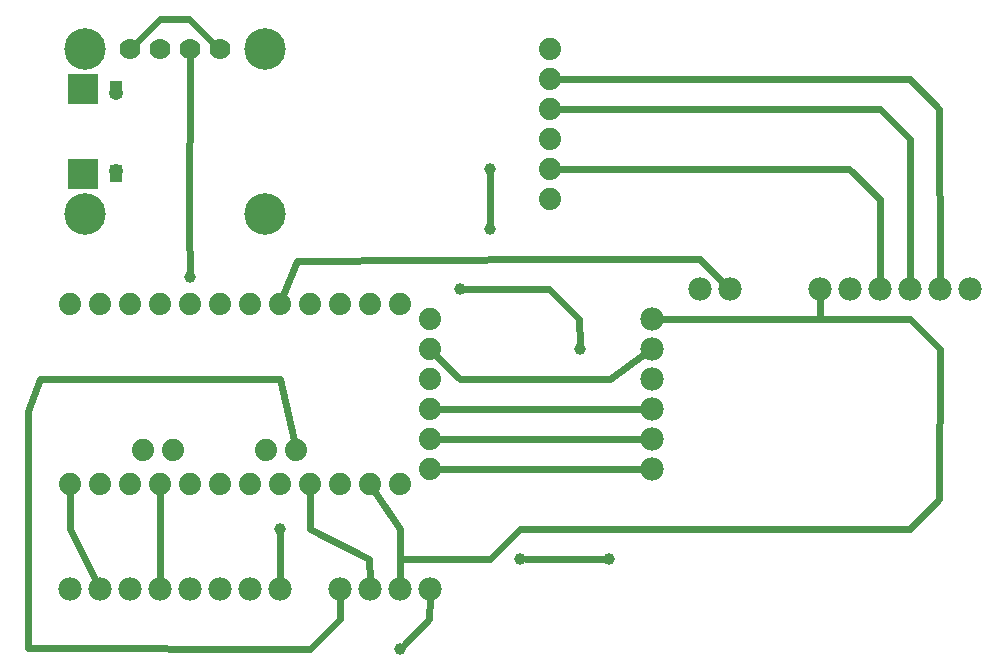
<source format=gbl>
G04 MADE WITH FRITZING*
G04 WWW.FRITZING.ORG*
G04 DOUBLE SIDED*
G04 HOLES PLATED*
G04 CONTOUR ON CENTER OF CONTOUR VECTOR*
%ASAXBY*%
%FSLAX23Y23*%
%MOIN*%
%OFA0B0*%
%SFA1.0B1.0*%
%ADD10C,0.078000*%
%ADD11C,0.039370*%
%ADD12C,0.074000*%
%ADD13C,0.138425*%
%ADD14C,0.098425*%
%ADD15C,0.070000*%
%ADD16C,0.047559*%
%ADD17R,0.098425X0.098425*%
%ADD18C,0.024000*%
%ADD19R,0.001000X0.001000*%
%LNCOPPER0*%
G90*
G70*
G54D10*
X1088Y501D03*
X1188Y501D03*
X1288Y501D03*
X1388Y501D03*
G54D11*
X1588Y1901D03*
X1588Y1701D03*
G54D10*
X188Y501D03*
X288Y501D03*
X388Y501D03*
X488Y501D03*
X588Y501D03*
X688Y501D03*
X788Y501D03*
X888Y501D03*
G54D12*
X1788Y1801D03*
X1788Y1901D03*
X1788Y2001D03*
X1788Y2101D03*
X1788Y2201D03*
X1788Y2301D03*
X1388Y901D03*
X1388Y1001D03*
X1388Y1101D03*
X1388Y1201D03*
X1388Y1301D03*
X1388Y1401D03*
X843Y966D03*
X943Y966D03*
X433Y966D03*
X533Y966D03*
X1288Y851D03*
X1188Y851D03*
X1088Y851D03*
X988Y851D03*
X888Y851D03*
X788Y851D03*
X688Y851D03*
X588Y851D03*
X488Y851D03*
X388Y851D03*
X288Y851D03*
X188Y851D03*
X188Y1451D03*
X288Y1451D03*
X388Y1451D03*
X488Y1451D03*
X588Y1451D03*
X688Y1451D03*
X788Y1451D03*
X888Y1451D03*
X988Y1451D03*
X1088Y1451D03*
X1188Y1451D03*
X1288Y1451D03*
G54D13*
X838Y2301D03*
G54D14*
X234Y2168D03*
G54D13*
X238Y2301D03*
G54D15*
X688Y2301D03*
G54D16*
X344Y2156D03*
G54D15*
X588Y2301D03*
X388Y2301D03*
X488Y2301D03*
G54D13*
X838Y1751D03*
X238Y1751D03*
G54D16*
X344Y1896D03*
G54D14*
X234Y1885D03*
G54D10*
X2388Y1501D03*
X2288Y1501D03*
X2388Y1501D03*
X2288Y1501D03*
X2688Y1501D03*
X2788Y1501D03*
X2888Y1501D03*
X2988Y1501D03*
X3088Y1501D03*
X3188Y1501D03*
X2688Y1501D03*
X2788Y1501D03*
X2888Y1501D03*
X2988Y1501D03*
X3088Y1501D03*
X3188Y1501D03*
G54D11*
X1488Y1501D03*
X1888Y1301D03*
X1288Y301D03*
X1987Y602D03*
X1690Y602D03*
X889Y700D03*
X590Y1541D03*
G54D10*
X2128Y1401D03*
X2128Y1301D03*
X2128Y1201D03*
X2128Y1101D03*
X2128Y1001D03*
X2128Y901D03*
G54D17*
X234Y2168D03*
X234Y1885D03*
G54D18*
X1789Y1601D02*
X946Y1595D01*
D02*
X2288Y1601D02*
X1789Y1601D01*
D02*
X2367Y1523D02*
X2288Y1601D01*
D02*
X946Y1595D02*
X900Y1480D01*
D02*
X1289Y700D02*
X1289Y601D01*
D02*
X1206Y826D02*
X1289Y700D01*
D02*
X1689Y702D02*
X2990Y702D01*
D02*
X1589Y602D02*
X1689Y702D01*
D02*
X2990Y702D02*
X3087Y803D01*
D02*
X1289Y601D02*
X1589Y602D01*
D02*
X2990Y1402D02*
X2688Y1403D01*
D02*
X2688Y1403D02*
X2688Y1471D01*
D02*
X3088Y1301D02*
X2990Y1402D01*
D02*
X3087Y803D02*
X3088Y1301D01*
D02*
X2888Y2100D02*
X1820Y2101D01*
D02*
X2989Y2002D02*
X2888Y2100D01*
D02*
X2988Y1532D02*
X2989Y2002D01*
D02*
X2989Y2201D02*
X1820Y2201D01*
D02*
X3087Y2100D02*
X2989Y2201D01*
D02*
X3088Y1532D02*
X3087Y2100D01*
D02*
X1588Y1882D02*
X1588Y1720D01*
D02*
X89Y1201D02*
X889Y1201D01*
D02*
X889Y1201D02*
X936Y997D01*
D02*
X48Y1095D02*
X89Y1201D01*
D02*
X48Y304D02*
X48Y1095D01*
D02*
X988Y300D02*
X48Y304D01*
D02*
X1088Y400D02*
X988Y300D01*
D02*
X1088Y471D02*
X1088Y400D01*
D02*
X2787Y1901D02*
X1820Y1901D01*
D02*
X2888Y1800D02*
X2787Y1901D01*
D02*
X2888Y1532D02*
X2888Y1800D01*
D02*
X2390Y1402D02*
X2158Y1402D01*
D02*
X2689Y1471D02*
X2690Y1402D01*
D02*
X2690Y1402D02*
X2390Y1402D01*
D02*
X2098Y1101D02*
X1420Y1101D01*
D02*
X2098Y1001D02*
X1420Y1001D01*
D02*
X2098Y901D02*
X1420Y901D01*
D02*
X1888Y1320D02*
X1887Y1401D01*
D02*
X1787Y1501D02*
X1507Y1501D01*
D02*
X1887Y1401D02*
X1787Y1501D01*
D02*
X189Y702D02*
X189Y820D01*
D02*
X275Y528D02*
X189Y702D01*
D02*
X489Y601D02*
X489Y820D01*
D02*
X489Y532D02*
X489Y601D01*
D02*
X1387Y400D02*
X1302Y315D01*
D02*
X1388Y471D02*
X1387Y400D01*
D02*
X1709Y602D02*
X1968Y602D01*
D02*
X988Y700D02*
X988Y820D01*
D02*
X1188Y532D02*
X1187Y600D01*
D02*
X1187Y600D02*
X988Y700D01*
D02*
X1289Y700D02*
X1206Y826D01*
D02*
X1289Y532D02*
X1289Y700D01*
D02*
X888Y532D02*
X889Y681D01*
D02*
X590Y1560D02*
X587Y1702D01*
D02*
X587Y1702D02*
X588Y2271D01*
D02*
X1989Y1201D02*
X1488Y1201D01*
D02*
X1488Y1201D02*
X1410Y1279D01*
D02*
X2103Y1284D02*
X1989Y1201D01*
D02*
X587Y2400D02*
X488Y2400D01*
D02*
X488Y2400D02*
X410Y2323D01*
D02*
X666Y2323D02*
X587Y2400D01*
G54D19*
X325Y2194D02*
X362Y2194D01*
X325Y2193D02*
X362Y2193D01*
X325Y2192D02*
X362Y2192D01*
X325Y2191D02*
X362Y2191D01*
X325Y2190D02*
X362Y2190D01*
X325Y2189D02*
X362Y2189D01*
X325Y2188D02*
X362Y2188D01*
X325Y2187D02*
X362Y2187D01*
X325Y2186D02*
X362Y2186D01*
X325Y2185D02*
X362Y2185D01*
X325Y2184D02*
X362Y2184D01*
X325Y2183D02*
X362Y2183D01*
X325Y2182D02*
X362Y2182D01*
X325Y2181D02*
X362Y2181D01*
X325Y2180D02*
X362Y2180D01*
X325Y2179D02*
X362Y2179D01*
X325Y2178D02*
X362Y2178D01*
X325Y2177D02*
X362Y2177D01*
X325Y2176D02*
X362Y2176D01*
X325Y2175D02*
X338Y2175D01*
X348Y2175D02*
X362Y2175D01*
X325Y2174D02*
X335Y2174D01*
X351Y2174D02*
X362Y2174D01*
X325Y2173D02*
X333Y2173D01*
X353Y2173D02*
X362Y2173D01*
X325Y2172D02*
X332Y2172D01*
X355Y2172D02*
X362Y2172D01*
X325Y2171D02*
X331Y2171D01*
X356Y2171D02*
X362Y2171D01*
X325Y2170D02*
X330Y2170D01*
X357Y2170D02*
X362Y2170D01*
X325Y2169D02*
X329Y2169D01*
X358Y2169D02*
X362Y2169D01*
X325Y2168D02*
X328Y2168D01*
X359Y2168D02*
X362Y2168D01*
X325Y2167D02*
X327Y2167D01*
X360Y2167D02*
X362Y2167D01*
X325Y2166D02*
X327Y2166D01*
X360Y2166D02*
X362Y2166D01*
X325Y2165D02*
X326Y2165D01*
X361Y2165D02*
X362Y2165D01*
X325Y2164D02*
X326Y2164D01*
X361Y2164D02*
X362Y2164D01*
X325Y2163D02*
X325Y2163D01*
X362Y2163D02*
X362Y2163D01*
X325Y2162D02*
X325Y2162D01*
X362Y2162D02*
X362Y2162D01*
X325Y2161D02*
X325Y2161D01*
X362Y2161D02*
X362Y2161D01*
X325Y2152D02*
X325Y2152D01*
X362Y2152D02*
X362Y2152D01*
X325Y2151D02*
X325Y2151D01*
X362Y2151D02*
X362Y2151D01*
X325Y2150D02*
X325Y2150D01*
X361Y2150D02*
X362Y2150D01*
X325Y2149D02*
X326Y2149D01*
X361Y2149D02*
X362Y2149D01*
X325Y2148D02*
X326Y2148D01*
X360Y2148D02*
X362Y2148D01*
X325Y2147D02*
X327Y2147D01*
X360Y2147D02*
X362Y2147D01*
X325Y2146D02*
X328Y2146D01*
X359Y2146D02*
X362Y2146D01*
X325Y2145D02*
X328Y2145D01*
X358Y2145D02*
X362Y2145D01*
X325Y2144D02*
X329Y2144D01*
X357Y2144D02*
X362Y2144D01*
X325Y2143D02*
X330Y2143D01*
X356Y2143D02*
X362Y2143D01*
X325Y2142D02*
X331Y2142D01*
X355Y2142D02*
X362Y2142D01*
X325Y2141D02*
X333Y2141D01*
X354Y2141D02*
X362Y2141D01*
X325Y2140D02*
X335Y2140D01*
X352Y2140D02*
X362Y2140D01*
X325Y2139D02*
X337Y2139D01*
X349Y2139D02*
X362Y2139D01*
X325Y1915D02*
X338Y1915D01*
X349Y1915D02*
X362Y1915D01*
X325Y1914D02*
X335Y1914D01*
X352Y1914D02*
X362Y1914D01*
X325Y1913D02*
X333Y1913D01*
X354Y1913D02*
X362Y1913D01*
X325Y1912D02*
X332Y1912D01*
X355Y1912D02*
X362Y1912D01*
X325Y1911D02*
X330Y1911D01*
X356Y1911D02*
X362Y1911D01*
X325Y1910D02*
X329Y1910D01*
X357Y1910D02*
X362Y1910D01*
X325Y1909D02*
X329Y1909D01*
X358Y1909D02*
X362Y1909D01*
X325Y1908D02*
X328Y1908D01*
X359Y1908D02*
X362Y1908D01*
X325Y1907D02*
X327Y1907D01*
X360Y1907D02*
X362Y1907D01*
X325Y1906D02*
X326Y1906D01*
X360Y1906D02*
X362Y1906D01*
X325Y1905D02*
X326Y1905D01*
X361Y1905D02*
X362Y1905D01*
X325Y1904D02*
X325Y1904D01*
X361Y1904D02*
X362Y1904D01*
X325Y1903D02*
X325Y1903D01*
X362Y1903D02*
X362Y1903D01*
X325Y1902D02*
X325Y1902D01*
X362Y1902D02*
X362Y1902D01*
X325Y1892D02*
X325Y1892D01*
X362Y1892D02*
X362Y1892D01*
X325Y1891D02*
X325Y1891D01*
X362Y1891D02*
X362Y1891D01*
X325Y1890D02*
X325Y1890D01*
X361Y1890D02*
X362Y1890D01*
X325Y1889D02*
X326Y1889D01*
X361Y1889D02*
X362Y1889D01*
X325Y1888D02*
X326Y1888D01*
X360Y1888D02*
X362Y1888D01*
X325Y1887D02*
X327Y1887D01*
X360Y1887D02*
X362Y1887D01*
X325Y1886D02*
X328Y1886D01*
X359Y1886D02*
X362Y1886D01*
X325Y1885D02*
X329Y1885D01*
X358Y1885D02*
X362Y1885D01*
X325Y1884D02*
X329Y1884D01*
X357Y1884D02*
X362Y1884D01*
X325Y1883D02*
X330Y1883D01*
X356Y1883D02*
X362Y1883D01*
X325Y1882D02*
X332Y1882D01*
X355Y1882D02*
X362Y1882D01*
X325Y1881D02*
X333Y1881D01*
X354Y1881D02*
X362Y1881D01*
X325Y1880D02*
X335Y1880D01*
X352Y1880D02*
X362Y1880D01*
X325Y1879D02*
X338Y1879D01*
X349Y1879D02*
X362Y1879D01*
X325Y1878D02*
X362Y1878D01*
X325Y1877D02*
X362Y1877D01*
X325Y1876D02*
X362Y1876D01*
X325Y1875D02*
X362Y1875D01*
X325Y1874D02*
X362Y1874D01*
X325Y1873D02*
X362Y1873D01*
X325Y1872D02*
X362Y1872D01*
X325Y1871D02*
X362Y1871D01*
X325Y1870D02*
X362Y1870D01*
X325Y1869D02*
X362Y1869D01*
X325Y1868D02*
X362Y1868D01*
X325Y1867D02*
X362Y1867D01*
X325Y1866D02*
X362Y1866D01*
X325Y1865D02*
X362Y1865D01*
X325Y1864D02*
X362Y1864D01*
X325Y1863D02*
X362Y1863D01*
X325Y1862D02*
X362Y1862D01*
X325Y1861D02*
X362Y1861D01*
X325Y1860D02*
X362Y1860D01*
D02*
G04 End of Copper0*
M02*
</source>
